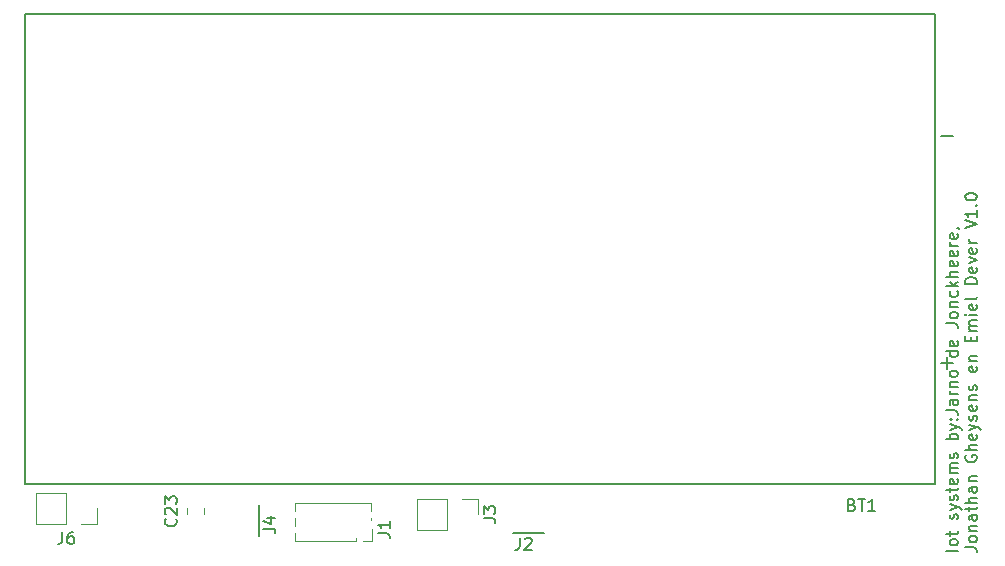
<source format=gbr>
%TF.GenerationSoftware,KiCad,Pcbnew,7.0.1*%
%TF.CreationDate,2023-11-14T16:04:30+01:00*%
%TF.ProjectId,Central_pcb,43656e74-7261-46c5-9f70-63622e6b6963,rev?*%
%TF.SameCoordinates,Original*%
%TF.FileFunction,Legend,Top*%
%TF.FilePolarity,Positive*%
%FSLAX46Y46*%
G04 Gerber Fmt 4.6, Leading zero omitted, Abs format (unit mm)*
G04 Created by KiCad (PCBNEW 7.0.1) date 2023-11-14 16:04:30*
%MOMM*%
%LPD*%
G01*
G04 APERTURE LIST*
%ADD10C,0.150000*%
%ADD11C,0.120000*%
%ADD12C,0.127000*%
G04 APERTURE END LIST*
D10*
X179613619Y-114315904D02*
X178613619Y-114315904D01*
X179613619Y-113696857D02*
X179566000Y-113792095D01*
X179566000Y-113792095D02*
X179518380Y-113839714D01*
X179518380Y-113839714D02*
X179423142Y-113887333D01*
X179423142Y-113887333D02*
X179137428Y-113887333D01*
X179137428Y-113887333D02*
X179042190Y-113839714D01*
X179042190Y-113839714D02*
X178994571Y-113792095D01*
X178994571Y-113792095D02*
X178946952Y-113696857D01*
X178946952Y-113696857D02*
X178946952Y-113554000D01*
X178946952Y-113554000D02*
X178994571Y-113458762D01*
X178994571Y-113458762D02*
X179042190Y-113411143D01*
X179042190Y-113411143D02*
X179137428Y-113363524D01*
X179137428Y-113363524D02*
X179423142Y-113363524D01*
X179423142Y-113363524D02*
X179518380Y-113411143D01*
X179518380Y-113411143D02*
X179566000Y-113458762D01*
X179566000Y-113458762D02*
X179613619Y-113554000D01*
X179613619Y-113554000D02*
X179613619Y-113696857D01*
X178946952Y-113077809D02*
X178946952Y-112696857D01*
X178613619Y-112934952D02*
X179470761Y-112934952D01*
X179470761Y-112934952D02*
X179566000Y-112887333D01*
X179566000Y-112887333D02*
X179613619Y-112792095D01*
X179613619Y-112792095D02*
X179613619Y-112696857D01*
X179566000Y-111649237D02*
X179613619Y-111553999D01*
X179613619Y-111553999D02*
X179613619Y-111363523D01*
X179613619Y-111363523D02*
X179566000Y-111268285D01*
X179566000Y-111268285D02*
X179470761Y-111220666D01*
X179470761Y-111220666D02*
X179423142Y-111220666D01*
X179423142Y-111220666D02*
X179327904Y-111268285D01*
X179327904Y-111268285D02*
X179280285Y-111363523D01*
X179280285Y-111363523D02*
X179280285Y-111506380D01*
X179280285Y-111506380D02*
X179232666Y-111601618D01*
X179232666Y-111601618D02*
X179137428Y-111649237D01*
X179137428Y-111649237D02*
X179089809Y-111649237D01*
X179089809Y-111649237D02*
X178994571Y-111601618D01*
X178994571Y-111601618D02*
X178946952Y-111506380D01*
X178946952Y-111506380D02*
X178946952Y-111363523D01*
X178946952Y-111363523D02*
X178994571Y-111268285D01*
X178946952Y-110887332D02*
X179613619Y-110649237D01*
X178946952Y-110411142D02*
X179613619Y-110649237D01*
X179613619Y-110649237D02*
X179851714Y-110744475D01*
X179851714Y-110744475D02*
X179899333Y-110792094D01*
X179899333Y-110792094D02*
X179946952Y-110887332D01*
X179566000Y-110077808D02*
X179613619Y-109982570D01*
X179613619Y-109982570D02*
X179613619Y-109792094D01*
X179613619Y-109792094D02*
X179566000Y-109696856D01*
X179566000Y-109696856D02*
X179470761Y-109649237D01*
X179470761Y-109649237D02*
X179423142Y-109649237D01*
X179423142Y-109649237D02*
X179327904Y-109696856D01*
X179327904Y-109696856D02*
X179280285Y-109792094D01*
X179280285Y-109792094D02*
X179280285Y-109934951D01*
X179280285Y-109934951D02*
X179232666Y-110030189D01*
X179232666Y-110030189D02*
X179137428Y-110077808D01*
X179137428Y-110077808D02*
X179089809Y-110077808D01*
X179089809Y-110077808D02*
X178994571Y-110030189D01*
X178994571Y-110030189D02*
X178946952Y-109934951D01*
X178946952Y-109934951D02*
X178946952Y-109792094D01*
X178946952Y-109792094D02*
X178994571Y-109696856D01*
X178946952Y-109363522D02*
X178946952Y-108982570D01*
X178613619Y-109220665D02*
X179470761Y-109220665D01*
X179470761Y-109220665D02*
X179566000Y-109173046D01*
X179566000Y-109173046D02*
X179613619Y-109077808D01*
X179613619Y-109077808D02*
X179613619Y-108982570D01*
X179566000Y-108268284D02*
X179613619Y-108363522D01*
X179613619Y-108363522D02*
X179613619Y-108553998D01*
X179613619Y-108553998D02*
X179566000Y-108649236D01*
X179566000Y-108649236D02*
X179470761Y-108696855D01*
X179470761Y-108696855D02*
X179089809Y-108696855D01*
X179089809Y-108696855D02*
X178994571Y-108649236D01*
X178994571Y-108649236D02*
X178946952Y-108553998D01*
X178946952Y-108553998D02*
X178946952Y-108363522D01*
X178946952Y-108363522D02*
X178994571Y-108268284D01*
X178994571Y-108268284D02*
X179089809Y-108220665D01*
X179089809Y-108220665D02*
X179185047Y-108220665D01*
X179185047Y-108220665D02*
X179280285Y-108696855D01*
X179613619Y-107792093D02*
X178946952Y-107792093D01*
X179042190Y-107792093D02*
X178994571Y-107744474D01*
X178994571Y-107744474D02*
X178946952Y-107649236D01*
X178946952Y-107649236D02*
X178946952Y-107506379D01*
X178946952Y-107506379D02*
X178994571Y-107411141D01*
X178994571Y-107411141D02*
X179089809Y-107363522D01*
X179089809Y-107363522D02*
X179613619Y-107363522D01*
X179089809Y-107363522D02*
X178994571Y-107315903D01*
X178994571Y-107315903D02*
X178946952Y-107220665D01*
X178946952Y-107220665D02*
X178946952Y-107077808D01*
X178946952Y-107077808D02*
X178994571Y-106982569D01*
X178994571Y-106982569D02*
X179089809Y-106934950D01*
X179089809Y-106934950D02*
X179613619Y-106934950D01*
X179566000Y-106506379D02*
X179613619Y-106411141D01*
X179613619Y-106411141D02*
X179613619Y-106220665D01*
X179613619Y-106220665D02*
X179566000Y-106125427D01*
X179566000Y-106125427D02*
X179470761Y-106077808D01*
X179470761Y-106077808D02*
X179423142Y-106077808D01*
X179423142Y-106077808D02*
X179327904Y-106125427D01*
X179327904Y-106125427D02*
X179280285Y-106220665D01*
X179280285Y-106220665D02*
X179280285Y-106363522D01*
X179280285Y-106363522D02*
X179232666Y-106458760D01*
X179232666Y-106458760D02*
X179137428Y-106506379D01*
X179137428Y-106506379D02*
X179089809Y-106506379D01*
X179089809Y-106506379D02*
X178994571Y-106458760D01*
X178994571Y-106458760D02*
X178946952Y-106363522D01*
X178946952Y-106363522D02*
X178946952Y-106220665D01*
X178946952Y-106220665D02*
X178994571Y-106125427D01*
X179613619Y-104887331D02*
X178613619Y-104887331D01*
X178994571Y-104887331D02*
X178946952Y-104792093D01*
X178946952Y-104792093D02*
X178946952Y-104601617D01*
X178946952Y-104601617D02*
X178994571Y-104506379D01*
X178994571Y-104506379D02*
X179042190Y-104458760D01*
X179042190Y-104458760D02*
X179137428Y-104411141D01*
X179137428Y-104411141D02*
X179423142Y-104411141D01*
X179423142Y-104411141D02*
X179518380Y-104458760D01*
X179518380Y-104458760D02*
X179566000Y-104506379D01*
X179566000Y-104506379D02*
X179613619Y-104601617D01*
X179613619Y-104601617D02*
X179613619Y-104792093D01*
X179613619Y-104792093D02*
X179566000Y-104887331D01*
X178946952Y-104077807D02*
X179613619Y-103839712D01*
X178946952Y-103601617D02*
X179613619Y-103839712D01*
X179613619Y-103839712D02*
X179851714Y-103934950D01*
X179851714Y-103934950D02*
X179899333Y-103982569D01*
X179899333Y-103982569D02*
X179946952Y-104077807D01*
X179518380Y-103220664D02*
X179566000Y-103173045D01*
X179566000Y-103173045D02*
X179613619Y-103220664D01*
X179613619Y-103220664D02*
X179566000Y-103268283D01*
X179566000Y-103268283D02*
X179518380Y-103220664D01*
X179518380Y-103220664D02*
X179613619Y-103220664D01*
X178994571Y-103220664D02*
X179042190Y-103173045D01*
X179042190Y-103173045D02*
X179089809Y-103220664D01*
X179089809Y-103220664D02*
X179042190Y-103268283D01*
X179042190Y-103268283D02*
X178994571Y-103220664D01*
X178994571Y-103220664D02*
X179089809Y-103220664D01*
X178613619Y-102458760D02*
X179327904Y-102458760D01*
X179327904Y-102458760D02*
X179470761Y-102506379D01*
X179470761Y-102506379D02*
X179566000Y-102601617D01*
X179566000Y-102601617D02*
X179613619Y-102744474D01*
X179613619Y-102744474D02*
X179613619Y-102839712D01*
X179613619Y-101553998D02*
X179089809Y-101553998D01*
X179089809Y-101553998D02*
X178994571Y-101601617D01*
X178994571Y-101601617D02*
X178946952Y-101696855D01*
X178946952Y-101696855D02*
X178946952Y-101887331D01*
X178946952Y-101887331D02*
X178994571Y-101982569D01*
X179566000Y-101553998D02*
X179613619Y-101649236D01*
X179613619Y-101649236D02*
X179613619Y-101887331D01*
X179613619Y-101887331D02*
X179566000Y-101982569D01*
X179566000Y-101982569D02*
X179470761Y-102030188D01*
X179470761Y-102030188D02*
X179375523Y-102030188D01*
X179375523Y-102030188D02*
X179280285Y-101982569D01*
X179280285Y-101982569D02*
X179232666Y-101887331D01*
X179232666Y-101887331D02*
X179232666Y-101649236D01*
X179232666Y-101649236D02*
X179185047Y-101553998D01*
X179613619Y-101077807D02*
X178946952Y-101077807D01*
X179137428Y-101077807D02*
X179042190Y-101030188D01*
X179042190Y-101030188D02*
X178994571Y-100982569D01*
X178994571Y-100982569D02*
X178946952Y-100887331D01*
X178946952Y-100887331D02*
X178946952Y-100792093D01*
X178946952Y-100458759D02*
X179613619Y-100458759D01*
X179042190Y-100458759D02*
X178994571Y-100411140D01*
X178994571Y-100411140D02*
X178946952Y-100315902D01*
X178946952Y-100315902D02*
X178946952Y-100173045D01*
X178946952Y-100173045D02*
X178994571Y-100077807D01*
X178994571Y-100077807D02*
X179089809Y-100030188D01*
X179089809Y-100030188D02*
X179613619Y-100030188D01*
X179613619Y-99411140D02*
X179566000Y-99506378D01*
X179566000Y-99506378D02*
X179518380Y-99553997D01*
X179518380Y-99553997D02*
X179423142Y-99601616D01*
X179423142Y-99601616D02*
X179137428Y-99601616D01*
X179137428Y-99601616D02*
X179042190Y-99553997D01*
X179042190Y-99553997D02*
X178994571Y-99506378D01*
X178994571Y-99506378D02*
X178946952Y-99411140D01*
X178946952Y-99411140D02*
X178946952Y-99268283D01*
X178946952Y-99268283D02*
X178994571Y-99173045D01*
X178994571Y-99173045D02*
X179042190Y-99125426D01*
X179042190Y-99125426D02*
X179137428Y-99077807D01*
X179137428Y-99077807D02*
X179423142Y-99077807D01*
X179423142Y-99077807D02*
X179518380Y-99125426D01*
X179518380Y-99125426D02*
X179566000Y-99173045D01*
X179566000Y-99173045D02*
X179613619Y-99268283D01*
X179613619Y-99268283D02*
X179613619Y-99411140D01*
X179613619Y-97458759D02*
X178613619Y-97458759D01*
X179566000Y-97458759D02*
X179613619Y-97553997D01*
X179613619Y-97553997D02*
X179613619Y-97744473D01*
X179613619Y-97744473D02*
X179566000Y-97839711D01*
X179566000Y-97839711D02*
X179518380Y-97887330D01*
X179518380Y-97887330D02*
X179423142Y-97934949D01*
X179423142Y-97934949D02*
X179137428Y-97934949D01*
X179137428Y-97934949D02*
X179042190Y-97887330D01*
X179042190Y-97887330D02*
X178994571Y-97839711D01*
X178994571Y-97839711D02*
X178946952Y-97744473D01*
X178946952Y-97744473D02*
X178946952Y-97553997D01*
X178946952Y-97553997D02*
X178994571Y-97458759D01*
X179566000Y-96601616D02*
X179613619Y-96696854D01*
X179613619Y-96696854D02*
X179613619Y-96887330D01*
X179613619Y-96887330D02*
X179566000Y-96982568D01*
X179566000Y-96982568D02*
X179470761Y-97030187D01*
X179470761Y-97030187D02*
X179089809Y-97030187D01*
X179089809Y-97030187D02*
X178994571Y-96982568D01*
X178994571Y-96982568D02*
X178946952Y-96887330D01*
X178946952Y-96887330D02*
X178946952Y-96696854D01*
X178946952Y-96696854D02*
X178994571Y-96601616D01*
X178994571Y-96601616D02*
X179089809Y-96553997D01*
X179089809Y-96553997D02*
X179185047Y-96553997D01*
X179185047Y-96553997D02*
X179280285Y-97030187D01*
X178613619Y-95077806D02*
X179327904Y-95077806D01*
X179327904Y-95077806D02*
X179470761Y-95125425D01*
X179470761Y-95125425D02*
X179566000Y-95220663D01*
X179566000Y-95220663D02*
X179613619Y-95363520D01*
X179613619Y-95363520D02*
X179613619Y-95458758D01*
X179613619Y-94458758D02*
X179566000Y-94553996D01*
X179566000Y-94553996D02*
X179518380Y-94601615D01*
X179518380Y-94601615D02*
X179423142Y-94649234D01*
X179423142Y-94649234D02*
X179137428Y-94649234D01*
X179137428Y-94649234D02*
X179042190Y-94601615D01*
X179042190Y-94601615D02*
X178994571Y-94553996D01*
X178994571Y-94553996D02*
X178946952Y-94458758D01*
X178946952Y-94458758D02*
X178946952Y-94315901D01*
X178946952Y-94315901D02*
X178994571Y-94220663D01*
X178994571Y-94220663D02*
X179042190Y-94173044D01*
X179042190Y-94173044D02*
X179137428Y-94125425D01*
X179137428Y-94125425D02*
X179423142Y-94125425D01*
X179423142Y-94125425D02*
X179518380Y-94173044D01*
X179518380Y-94173044D02*
X179566000Y-94220663D01*
X179566000Y-94220663D02*
X179613619Y-94315901D01*
X179613619Y-94315901D02*
X179613619Y-94458758D01*
X178946952Y-93696853D02*
X179613619Y-93696853D01*
X179042190Y-93696853D02*
X178994571Y-93649234D01*
X178994571Y-93649234D02*
X178946952Y-93553996D01*
X178946952Y-93553996D02*
X178946952Y-93411139D01*
X178946952Y-93411139D02*
X178994571Y-93315901D01*
X178994571Y-93315901D02*
X179089809Y-93268282D01*
X179089809Y-93268282D02*
X179613619Y-93268282D01*
X179566000Y-92363520D02*
X179613619Y-92458758D01*
X179613619Y-92458758D02*
X179613619Y-92649234D01*
X179613619Y-92649234D02*
X179566000Y-92744472D01*
X179566000Y-92744472D02*
X179518380Y-92792091D01*
X179518380Y-92792091D02*
X179423142Y-92839710D01*
X179423142Y-92839710D02*
X179137428Y-92839710D01*
X179137428Y-92839710D02*
X179042190Y-92792091D01*
X179042190Y-92792091D02*
X178994571Y-92744472D01*
X178994571Y-92744472D02*
X178946952Y-92649234D01*
X178946952Y-92649234D02*
X178946952Y-92458758D01*
X178946952Y-92458758D02*
X178994571Y-92363520D01*
X179613619Y-91934948D02*
X178613619Y-91934948D01*
X179232666Y-91839710D02*
X179613619Y-91553996D01*
X178946952Y-91553996D02*
X179327904Y-91934948D01*
X179613619Y-91125424D02*
X178613619Y-91125424D01*
X179613619Y-90696853D02*
X179089809Y-90696853D01*
X179089809Y-90696853D02*
X178994571Y-90744472D01*
X178994571Y-90744472D02*
X178946952Y-90839710D01*
X178946952Y-90839710D02*
X178946952Y-90982567D01*
X178946952Y-90982567D02*
X178994571Y-91077805D01*
X178994571Y-91077805D02*
X179042190Y-91125424D01*
X179566000Y-89839710D02*
X179613619Y-89934948D01*
X179613619Y-89934948D02*
X179613619Y-90125424D01*
X179613619Y-90125424D02*
X179566000Y-90220662D01*
X179566000Y-90220662D02*
X179470761Y-90268281D01*
X179470761Y-90268281D02*
X179089809Y-90268281D01*
X179089809Y-90268281D02*
X178994571Y-90220662D01*
X178994571Y-90220662D02*
X178946952Y-90125424D01*
X178946952Y-90125424D02*
X178946952Y-89934948D01*
X178946952Y-89934948D02*
X178994571Y-89839710D01*
X178994571Y-89839710D02*
X179089809Y-89792091D01*
X179089809Y-89792091D02*
X179185047Y-89792091D01*
X179185047Y-89792091D02*
X179280285Y-90268281D01*
X179566000Y-88982567D02*
X179613619Y-89077805D01*
X179613619Y-89077805D02*
X179613619Y-89268281D01*
X179613619Y-89268281D02*
X179566000Y-89363519D01*
X179566000Y-89363519D02*
X179470761Y-89411138D01*
X179470761Y-89411138D02*
X179089809Y-89411138D01*
X179089809Y-89411138D02*
X178994571Y-89363519D01*
X178994571Y-89363519D02*
X178946952Y-89268281D01*
X178946952Y-89268281D02*
X178946952Y-89077805D01*
X178946952Y-89077805D02*
X178994571Y-88982567D01*
X178994571Y-88982567D02*
X179089809Y-88934948D01*
X179089809Y-88934948D02*
X179185047Y-88934948D01*
X179185047Y-88934948D02*
X179280285Y-89411138D01*
X179613619Y-88506376D02*
X178946952Y-88506376D01*
X179137428Y-88506376D02*
X179042190Y-88458757D01*
X179042190Y-88458757D02*
X178994571Y-88411138D01*
X178994571Y-88411138D02*
X178946952Y-88315900D01*
X178946952Y-88315900D02*
X178946952Y-88220662D01*
X179566000Y-87506376D02*
X179613619Y-87601614D01*
X179613619Y-87601614D02*
X179613619Y-87792090D01*
X179613619Y-87792090D02*
X179566000Y-87887328D01*
X179566000Y-87887328D02*
X179470761Y-87934947D01*
X179470761Y-87934947D02*
X179089809Y-87934947D01*
X179089809Y-87934947D02*
X178994571Y-87887328D01*
X178994571Y-87887328D02*
X178946952Y-87792090D01*
X178946952Y-87792090D02*
X178946952Y-87601614D01*
X178946952Y-87601614D02*
X178994571Y-87506376D01*
X178994571Y-87506376D02*
X179089809Y-87458757D01*
X179089809Y-87458757D02*
X179185047Y-87458757D01*
X179185047Y-87458757D02*
X179280285Y-87934947D01*
X179566000Y-86982566D02*
X179613619Y-86982566D01*
X179613619Y-86982566D02*
X179708857Y-87030185D01*
X179708857Y-87030185D02*
X179756476Y-87077804D01*
X180233619Y-114030190D02*
X180947904Y-114030190D01*
X180947904Y-114030190D02*
X181090761Y-114077809D01*
X181090761Y-114077809D02*
X181186000Y-114173047D01*
X181186000Y-114173047D02*
X181233619Y-114315904D01*
X181233619Y-114315904D02*
X181233619Y-114411142D01*
X181233619Y-113411142D02*
X181186000Y-113506380D01*
X181186000Y-113506380D02*
X181138380Y-113553999D01*
X181138380Y-113553999D02*
X181043142Y-113601618D01*
X181043142Y-113601618D02*
X180757428Y-113601618D01*
X180757428Y-113601618D02*
X180662190Y-113553999D01*
X180662190Y-113553999D02*
X180614571Y-113506380D01*
X180614571Y-113506380D02*
X180566952Y-113411142D01*
X180566952Y-113411142D02*
X180566952Y-113268285D01*
X180566952Y-113268285D02*
X180614571Y-113173047D01*
X180614571Y-113173047D02*
X180662190Y-113125428D01*
X180662190Y-113125428D02*
X180757428Y-113077809D01*
X180757428Y-113077809D02*
X181043142Y-113077809D01*
X181043142Y-113077809D02*
X181138380Y-113125428D01*
X181138380Y-113125428D02*
X181186000Y-113173047D01*
X181186000Y-113173047D02*
X181233619Y-113268285D01*
X181233619Y-113268285D02*
X181233619Y-113411142D01*
X180566952Y-112649237D02*
X181233619Y-112649237D01*
X180662190Y-112649237D02*
X180614571Y-112601618D01*
X180614571Y-112601618D02*
X180566952Y-112506380D01*
X180566952Y-112506380D02*
X180566952Y-112363523D01*
X180566952Y-112363523D02*
X180614571Y-112268285D01*
X180614571Y-112268285D02*
X180709809Y-112220666D01*
X180709809Y-112220666D02*
X181233619Y-112220666D01*
X181233619Y-111315904D02*
X180709809Y-111315904D01*
X180709809Y-111315904D02*
X180614571Y-111363523D01*
X180614571Y-111363523D02*
X180566952Y-111458761D01*
X180566952Y-111458761D02*
X180566952Y-111649237D01*
X180566952Y-111649237D02*
X180614571Y-111744475D01*
X181186000Y-111315904D02*
X181233619Y-111411142D01*
X181233619Y-111411142D02*
X181233619Y-111649237D01*
X181233619Y-111649237D02*
X181186000Y-111744475D01*
X181186000Y-111744475D02*
X181090761Y-111792094D01*
X181090761Y-111792094D02*
X180995523Y-111792094D01*
X180995523Y-111792094D02*
X180900285Y-111744475D01*
X180900285Y-111744475D02*
X180852666Y-111649237D01*
X180852666Y-111649237D02*
X180852666Y-111411142D01*
X180852666Y-111411142D02*
X180805047Y-111315904D01*
X180566952Y-110982570D02*
X180566952Y-110601618D01*
X180233619Y-110839713D02*
X181090761Y-110839713D01*
X181090761Y-110839713D02*
X181186000Y-110792094D01*
X181186000Y-110792094D02*
X181233619Y-110696856D01*
X181233619Y-110696856D02*
X181233619Y-110601618D01*
X181233619Y-110268284D02*
X180233619Y-110268284D01*
X181233619Y-109839713D02*
X180709809Y-109839713D01*
X180709809Y-109839713D02*
X180614571Y-109887332D01*
X180614571Y-109887332D02*
X180566952Y-109982570D01*
X180566952Y-109982570D02*
X180566952Y-110125427D01*
X180566952Y-110125427D02*
X180614571Y-110220665D01*
X180614571Y-110220665D02*
X180662190Y-110268284D01*
X181233619Y-108934951D02*
X180709809Y-108934951D01*
X180709809Y-108934951D02*
X180614571Y-108982570D01*
X180614571Y-108982570D02*
X180566952Y-109077808D01*
X180566952Y-109077808D02*
X180566952Y-109268284D01*
X180566952Y-109268284D02*
X180614571Y-109363522D01*
X181186000Y-108934951D02*
X181233619Y-109030189D01*
X181233619Y-109030189D02*
X181233619Y-109268284D01*
X181233619Y-109268284D02*
X181186000Y-109363522D01*
X181186000Y-109363522D02*
X181090761Y-109411141D01*
X181090761Y-109411141D02*
X180995523Y-109411141D01*
X180995523Y-109411141D02*
X180900285Y-109363522D01*
X180900285Y-109363522D02*
X180852666Y-109268284D01*
X180852666Y-109268284D02*
X180852666Y-109030189D01*
X180852666Y-109030189D02*
X180805047Y-108934951D01*
X180566952Y-108458760D02*
X181233619Y-108458760D01*
X180662190Y-108458760D02*
X180614571Y-108411141D01*
X180614571Y-108411141D02*
X180566952Y-108315903D01*
X180566952Y-108315903D02*
X180566952Y-108173046D01*
X180566952Y-108173046D02*
X180614571Y-108077808D01*
X180614571Y-108077808D02*
X180709809Y-108030189D01*
X180709809Y-108030189D02*
X181233619Y-108030189D01*
X180281238Y-106268284D02*
X180233619Y-106363522D01*
X180233619Y-106363522D02*
X180233619Y-106506379D01*
X180233619Y-106506379D02*
X180281238Y-106649236D01*
X180281238Y-106649236D02*
X180376476Y-106744474D01*
X180376476Y-106744474D02*
X180471714Y-106792093D01*
X180471714Y-106792093D02*
X180662190Y-106839712D01*
X180662190Y-106839712D02*
X180805047Y-106839712D01*
X180805047Y-106839712D02*
X180995523Y-106792093D01*
X180995523Y-106792093D02*
X181090761Y-106744474D01*
X181090761Y-106744474D02*
X181186000Y-106649236D01*
X181186000Y-106649236D02*
X181233619Y-106506379D01*
X181233619Y-106506379D02*
X181233619Y-106411141D01*
X181233619Y-106411141D02*
X181186000Y-106268284D01*
X181186000Y-106268284D02*
X181138380Y-106220665D01*
X181138380Y-106220665D02*
X180805047Y-106220665D01*
X180805047Y-106220665D02*
X180805047Y-106411141D01*
X181233619Y-105792093D02*
X180233619Y-105792093D01*
X181233619Y-105363522D02*
X180709809Y-105363522D01*
X180709809Y-105363522D02*
X180614571Y-105411141D01*
X180614571Y-105411141D02*
X180566952Y-105506379D01*
X180566952Y-105506379D02*
X180566952Y-105649236D01*
X180566952Y-105649236D02*
X180614571Y-105744474D01*
X180614571Y-105744474D02*
X180662190Y-105792093D01*
X181186000Y-104506379D02*
X181233619Y-104601617D01*
X181233619Y-104601617D02*
X181233619Y-104792093D01*
X181233619Y-104792093D02*
X181186000Y-104887331D01*
X181186000Y-104887331D02*
X181090761Y-104934950D01*
X181090761Y-104934950D02*
X180709809Y-104934950D01*
X180709809Y-104934950D02*
X180614571Y-104887331D01*
X180614571Y-104887331D02*
X180566952Y-104792093D01*
X180566952Y-104792093D02*
X180566952Y-104601617D01*
X180566952Y-104601617D02*
X180614571Y-104506379D01*
X180614571Y-104506379D02*
X180709809Y-104458760D01*
X180709809Y-104458760D02*
X180805047Y-104458760D01*
X180805047Y-104458760D02*
X180900285Y-104934950D01*
X180566952Y-104125426D02*
X181233619Y-103887331D01*
X180566952Y-103649236D02*
X181233619Y-103887331D01*
X181233619Y-103887331D02*
X181471714Y-103982569D01*
X181471714Y-103982569D02*
X181519333Y-104030188D01*
X181519333Y-104030188D02*
X181566952Y-104125426D01*
X181186000Y-103315902D02*
X181233619Y-103220664D01*
X181233619Y-103220664D02*
X181233619Y-103030188D01*
X181233619Y-103030188D02*
X181186000Y-102934950D01*
X181186000Y-102934950D02*
X181090761Y-102887331D01*
X181090761Y-102887331D02*
X181043142Y-102887331D01*
X181043142Y-102887331D02*
X180947904Y-102934950D01*
X180947904Y-102934950D02*
X180900285Y-103030188D01*
X180900285Y-103030188D02*
X180900285Y-103173045D01*
X180900285Y-103173045D02*
X180852666Y-103268283D01*
X180852666Y-103268283D02*
X180757428Y-103315902D01*
X180757428Y-103315902D02*
X180709809Y-103315902D01*
X180709809Y-103315902D02*
X180614571Y-103268283D01*
X180614571Y-103268283D02*
X180566952Y-103173045D01*
X180566952Y-103173045D02*
X180566952Y-103030188D01*
X180566952Y-103030188D02*
X180614571Y-102934950D01*
X181186000Y-102077807D02*
X181233619Y-102173045D01*
X181233619Y-102173045D02*
X181233619Y-102363521D01*
X181233619Y-102363521D02*
X181186000Y-102458759D01*
X181186000Y-102458759D02*
X181090761Y-102506378D01*
X181090761Y-102506378D02*
X180709809Y-102506378D01*
X180709809Y-102506378D02*
X180614571Y-102458759D01*
X180614571Y-102458759D02*
X180566952Y-102363521D01*
X180566952Y-102363521D02*
X180566952Y-102173045D01*
X180566952Y-102173045D02*
X180614571Y-102077807D01*
X180614571Y-102077807D02*
X180709809Y-102030188D01*
X180709809Y-102030188D02*
X180805047Y-102030188D01*
X180805047Y-102030188D02*
X180900285Y-102506378D01*
X180566952Y-101601616D02*
X181233619Y-101601616D01*
X180662190Y-101601616D02*
X180614571Y-101553997D01*
X180614571Y-101553997D02*
X180566952Y-101458759D01*
X180566952Y-101458759D02*
X180566952Y-101315902D01*
X180566952Y-101315902D02*
X180614571Y-101220664D01*
X180614571Y-101220664D02*
X180709809Y-101173045D01*
X180709809Y-101173045D02*
X181233619Y-101173045D01*
X181186000Y-100744473D02*
X181233619Y-100649235D01*
X181233619Y-100649235D02*
X181233619Y-100458759D01*
X181233619Y-100458759D02*
X181186000Y-100363521D01*
X181186000Y-100363521D02*
X181090761Y-100315902D01*
X181090761Y-100315902D02*
X181043142Y-100315902D01*
X181043142Y-100315902D02*
X180947904Y-100363521D01*
X180947904Y-100363521D02*
X180900285Y-100458759D01*
X180900285Y-100458759D02*
X180900285Y-100601616D01*
X180900285Y-100601616D02*
X180852666Y-100696854D01*
X180852666Y-100696854D02*
X180757428Y-100744473D01*
X180757428Y-100744473D02*
X180709809Y-100744473D01*
X180709809Y-100744473D02*
X180614571Y-100696854D01*
X180614571Y-100696854D02*
X180566952Y-100601616D01*
X180566952Y-100601616D02*
X180566952Y-100458759D01*
X180566952Y-100458759D02*
X180614571Y-100363521D01*
X181186000Y-98744473D02*
X181233619Y-98839711D01*
X181233619Y-98839711D02*
X181233619Y-99030187D01*
X181233619Y-99030187D02*
X181186000Y-99125425D01*
X181186000Y-99125425D02*
X181090761Y-99173044D01*
X181090761Y-99173044D02*
X180709809Y-99173044D01*
X180709809Y-99173044D02*
X180614571Y-99125425D01*
X180614571Y-99125425D02*
X180566952Y-99030187D01*
X180566952Y-99030187D02*
X180566952Y-98839711D01*
X180566952Y-98839711D02*
X180614571Y-98744473D01*
X180614571Y-98744473D02*
X180709809Y-98696854D01*
X180709809Y-98696854D02*
X180805047Y-98696854D01*
X180805047Y-98696854D02*
X180900285Y-99173044D01*
X180566952Y-98268282D02*
X181233619Y-98268282D01*
X180662190Y-98268282D02*
X180614571Y-98220663D01*
X180614571Y-98220663D02*
X180566952Y-98125425D01*
X180566952Y-98125425D02*
X180566952Y-97982568D01*
X180566952Y-97982568D02*
X180614571Y-97887330D01*
X180614571Y-97887330D02*
X180709809Y-97839711D01*
X180709809Y-97839711D02*
X181233619Y-97839711D01*
X180709809Y-96601615D02*
X180709809Y-96268282D01*
X181233619Y-96125425D02*
X181233619Y-96601615D01*
X181233619Y-96601615D02*
X180233619Y-96601615D01*
X180233619Y-96601615D02*
X180233619Y-96125425D01*
X181233619Y-95696853D02*
X180566952Y-95696853D01*
X180662190Y-95696853D02*
X180614571Y-95649234D01*
X180614571Y-95649234D02*
X180566952Y-95553996D01*
X180566952Y-95553996D02*
X180566952Y-95411139D01*
X180566952Y-95411139D02*
X180614571Y-95315901D01*
X180614571Y-95315901D02*
X180709809Y-95268282D01*
X180709809Y-95268282D02*
X181233619Y-95268282D01*
X180709809Y-95268282D02*
X180614571Y-95220663D01*
X180614571Y-95220663D02*
X180566952Y-95125425D01*
X180566952Y-95125425D02*
X180566952Y-94982568D01*
X180566952Y-94982568D02*
X180614571Y-94887329D01*
X180614571Y-94887329D02*
X180709809Y-94839710D01*
X180709809Y-94839710D02*
X181233619Y-94839710D01*
X181233619Y-94363520D02*
X180566952Y-94363520D01*
X180233619Y-94363520D02*
X180281238Y-94411139D01*
X180281238Y-94411139D02*
X180328857Y-94363520D01*
X180328857Y-94363520D02*
X180281238Y-94315901D01*
X180281238Y-94315901D02*
X180233619Y-94363520D01*
X180233619Y-94363520D02*
X180328857Y-94363520D01*
X181186000Y-93506378D02*
X181233619Y-93601616D01*
X181233619Y-93601616D02*
X181233619Y-93792092D01*
X181233619Y-93792092D02*
X181186000Y-93887330D01*
X181186000Y-93887330D02*
X181090761Y-93934949D01*
X181090761Y-93934949D02*
X180709809Y-93934949D01*
X180709809Y-93934949D02*
X180614571Y-93887330D01*
X180614571Y-93887330D02*
X180566952Y-93792092D01*
X180566952Y-93792092D02*
X180566952Y-93601616D01*
X180566952Y-93601616D02*
X180614571Y-93506378D01*
X180614571Y-93506378D02*
X180709809Y-93458759D01*
X180709809Y-93458759D02*
X180805047Y-93458759D01*
X180805047Y-93458759D02*
X180900285Y-93934949D01*
X181233619Y-92887330D02*
X181186000Y-92982568D01*
X181186000Y-92982568D02*
X181090761Y-93030187D01*
X181090761Y-93030187D02*
X180233619Y-93030187D01*
X181233619Y-91744472D02*
X180233619Y-91744472D01*
X180233619Y-91744472D02*
X180233619Y-91506377D01*
X180233619Y-91506377D02*
X180281238Y-91363520D01*
X180281238Y-91363520D02*
X180376476Y-91268282D01*
X180376476Y-91268282D02*
X180471714Y-91220663D01*
X180471714Y-91220663D02*
X180662190Y-91173044D01*
X180662190Y-91173044D02*
X180805047Y-91173044D01*
X180805047Y-91173044D02*
X180995523Y-91220663D01*
X180995523Y-91220663D02*
X181090761Y-91268282D01*
X181090761Y-91268282D02*
X181186000Y-91363520D01*
X181186000Y-91363520D02*
X181233619Y-91506377D01*
X181233619Y-91506377D02*
X181233619Y-91744472D01*
X181186000Y-90363520D02*
X181233619Y-90458758D01*
X181233619Y-90458758D02*
X181233619Y-90649234D01*
X181233619Y-90649234D02*
X181186000Y-90744472D01*
X181186000Y-90744472D02*
X181090761Y-90792091D01*
X181090761Y-90792091D02*
X180709809Y-90792091D01*
X180709809Y-90792091D02*
X180614571Y-90744472D01*
X180614571Y-90744472D02*
X180566952Y-90649234D01*
X180566952Y-90649234D02*
X180566952Y-90458758D01*
X180566952Y-90458758D02*
X180614571Y-90363520D01*
X180614571Y-90363520D02*
X180709809Y-90315901D01*
X180709809Y-90315901D02*
X180805047Y-90315901D01*
X180805047Y-90315901D02*
X180900285Y-90792091D01*
X180566952Y-89982567D02*
X181233619Y-89744472D01*
X181233619Y-89744472D02*
X180566952Y-89506377D01*
X181186000Y-88744472D02*
X181233619Y-88839710D01*
X181233619Y-88839710D02*
X181233619Y-89030186D01*
X181233619Y-89030186D02*
X181186000Y-89125424D01*
X181186000Y-89125424D02*
X181090761Y-89173043D01*
X181090761Y-89173043D02*
X180709809Y-89173043D01*
X180709809Y-89173043D02*
X180614571Y-89125424D01*
X180614571Y-89125424D02*
X180566952Y-89030186D01*
X180566952Y-89030186D02*
X180566952Y-88839710D01*
X180566952Y-88839710D02*
X180614571Y-88744472D01*
X180614571Y-88744472D02*
X180709809Y-88696853D01*
X180709809Y-88696853D02*
X180805047Y-88696853D01*
X180805047Y-88696853D02*
X180900285Y-89173043D01*
X181233619Y-88268281D02*
X180566952Y-88268281D01*
X180757428Y-88268281D02*
X180662190Y-88220662D01*
X180662190Y-88220662D02*
X180614571Y-88173043D01*
X180614571Y-88173043D02*
X180566952Y-88077805D01*
X180566952Y-88077805D02*
X180566952Y-87982567D01*
X180233619Y-87030185D02*
X181233619Y-86696852D01*
X181233619Y-86696852D02*
X180233619Y-86363519D01*
X181233619Y-85506376D02*
X181233619Y-86077804D01*
X181233619Y-85792090D02*
X180233619Y-85792090D01*
X180233619Y-85792090D02*
X180376476Y-85887328D01*
X180376476Y-85887328D02*
X180471714Y-85982566D01*
X180471714Y-85982566D02*
X180519333Y-86077804D01*
X181138380Y-85077804D02*
X181186000Y-85030185D01*
X181186000Y-85030185D02*
X181233619Y-85077804D01*
X181233619Y-85077804D02*
X181186000Y-85125423D01*
X181186000Y-85125423D02*
X181138380Y-85077804D01*
X181138380Y-85077804D02*
X181233619Y-85077804D01*
X180233619Y-84411138D02*
X180233619Y-84315900D01*
X180233619Y-84315900D02*
X180281238Y-84220662D01*
X180281238Y-84220662D02*
X180328857Y-84173043D01*
X180328857Y-84173043D02*
X180424095Y-84125424D01*
X180424095Y-84125424D02*
X180614571Y-84077805D01*
X180614571Y-84077805D02*
X180852666Y-84077805D01*
X180852666Y-84077805D02*
X181043142Y-84125424D01*
X181043142Y-84125424D02*
X181138380Y-84173043D01*
X181138380Y-84173043D02*
X181186000Y-84220662D01*
X181186000Y-84220662D02*
X181233619Y-84315900D01*
X181233619Y-84315900D02*
X181233619Y-84411138D01*
X181233619Y-84411138D02*
X181186000Y-84506376D01*
X181186000Y-84506376D02*
X181138380Y-84553995D01*
X181138380Y-84553995D02*
X181043142Y-84601614D01*
X181043142Y-84601614D02*
X180852666Y-84649233D01*
X180852666Y-84649233D02*
X180614571Y-84649233D01*
X180614571Y-84649233D02*
X180424095Y-84601614D01*
X180424095Y-84601614D02*
X180328857Y-84553995D01*
X180328857Y-84553995D02*
X180281238Y-84506376D01*
X180281238Y-84506376D02*
X180233619Y-84411138D01*
%TO.C,C23*%
X113397380Y-111640857D02*
X113445000Y-111688476D01*
X113445000Y-111688476D02*
X113492619Y-111831333D01*
X113492619Y-111831333D02*
X113492619Y-111926571D01*
X113492619Y-111926571D02*
X113445000Y-112069428D01*
X113445000Y-112069428D02*
X113349761Y-112164666D01*
X113349761Y-112164666D02*
X113254523Y-112212285D01*
X113254523Y-112212285D02*
X113064047Y-112259904D01*
X113064047Y-112259904D02*
X112921190Y-112259904D01*
X112921190Y-112259904D02*
X112730714Y-112212285D01*
X112730714Y-112212285D02*
X112635476Y-112164666D01*
X112635476Y-112164666D02*
X112540238Y-112069428D01*
X112540238Y-112069428D02*
X112492619Y-111926571D01*
X112492619Y-111926571D02*
X112492619Y-111831333D01*
X112492619Y-111831333D02*
X112540238Y-111688476D01*
X112540238Y-111688476D02*
X112587857Y-111640857D01*
X112587857Y-111259904D02*
X112540238Y-111212285D01*
X112540238Y-111212285D02*
X112492619Y-111117047D01*
X112492619Y-111117047D02*
X112492619Y-110878952D01*
X112492619Y-110878952D02*
X112540238Y-110783714D01*
X112540238Y-110783714D02*
X112587857Y-110736095D01*
X112587857Y-110736095D02*
X112683095Y-110688476D01*
X112683095Y-110688476D02*
X112778333Y-110688476D01*
X112778333Y-110688476D02*
X112921190Y-110736095D01*
X112921190Y-110736095D02*
X113492619Y-111307523D01*
X113492619Y-111307523D02*
X113492619Y-110688476D01*
X112492619Y-110355142D02*
X112492619Y-109736095D01*
X112492619Y-109736095D02*
X112873571Y-110069428D01*
X112873571Y-110069428D02*
X112873571Y-109926571D01*
X112873571Y-109926571D02*
X112921190Y-109831333D01*
X112921190Y-109831333D02*
X112968809Y-109783714D01*
X112968809Y-109783714D02*
X113064047Y-109736095D01*
X113064047Y-109736095D02*
X113302142Y-109736095D01*
X113302142Y-109736095D02*
X113397380Y-109783714D01*
X113397380Y-109783714D02*
X113445000Y-109831333D01*
X113445000Y-109831333D02*
X113492619Y-109926571D01*
X113492619Y-109926571D02*
X113492619Y-110212285D01*
X113492619Y-110212285D02*
X113445000Y-110307523D01*
X113445000Y-110307523D02*
X113397380Y-110355142D01*
%TO.C,J6*%
X103806666Y-112746619D02*
X103806666Y-113460904D01*
X103806666Y-113460904D02*
X103759047Y-113603761D01*
X103759047Y-113603761D02*
X103663809Y-113699000D01*
X103663809Y-113699000D02*
X103520952Y-113746619D01*
X103520952Y-113746619D02*
X103425714Y-113746619D01*
X104711428Y-112746619D02*
X104520952Y-112746619D01*
X104520952Y-112746619D02*
X104425714Y-112794238D01*
X104425714Y-112794238D02*
X104378095Y-112841857D01*
X104378095Y-112841857D02*
X104282857Y-112984714D01*
X104282857Y-112984714D02*
X104235238Y-113175190D01*
X104235238Y-113175190D02*
X104235238Y-113556142D01*
X104235238Y-113556142D02*
X104282857Y-113651380D01*
X104282857Y-113651380D02*
X104330476Y-113699000D01*
X104330476Y-113699000D02*
X104425714Y-113746619D01*
X104425714Y-113746619D02*
X104616190Y-113746619D01*
X104616190Y-113746619D02*
X104711428Y-113699000D01*
X104711428Y-113699000D02*
X104759047Y-113651380D01*
X104759047Y-113651380D02*
X104806666Y-113556142D01*
X104806666Y-113556142D02*
X104806666Y-113318047D01*
X104806666Y-113318047D02*
X104759047Y-113222809D01*
X104759047Y-113222809D02*
X104711428Y-113175190D01*
X104711428Y-113175190D02*
X104616190Y-113127571D01*
X104616190Y-113127571D02*
X104425714Y-113127571D01*
X104425714Y-113127571D02*
X104330476Y-113175190D01*
X104330476Y-113175190D02*
X104282857Y-113222809D01*
X104282857Y-113222809D02*
X104235238Y-113318047D01*
%TO.C,J1*%
X130526619Y-112855333D02*
X131240904Y-112855333D01*
X131240904Y-112855333D02*
X131383761Y-112902952D01*
X131383761Y-112902952D02*
X131479000Y-112998190D01*
X131479000Y-112998190D02*
X131526619Y-113141047D01*
X131526619Y-113141047D02*
X131526619Y-113236285D01*
X131526619Y-111855333D02*
X131526619Y-112426761D01*
X131526619Y-112141047D02*
X130526619Y-112141047D01*
X130526619Y-112141047D02*
X130669476Y-112236285D01*
X130669476Y-112236285D02*
X130764714Y-112331523D01*
X130764714Y-112331523D02*
X130812333Y-112426761D01*
%TO.C,J2*%
X142550956Y-113233869D02*
X142550956Y-113948959D01*
X142550956Y-113948959D02*
X142503283Y-114091977D01*
X142503283Y-114091977D02*
X142407938Y-114187323D01*
X142407938Y-114187323D02*
X142264920Y-114234995D01*
X142264920Y-114234995D02*
X142169575Y-114234995D01*
X142980010Y-113329215D02*
X143027683Y-113281542D01*
X143027683Y-113281542D02*
X143123028Y-113233869D01*
X143123028Y-113233869D02*
X143361392Y-113233869D01*
X143361392Y-113233869D02*
X143456737Y-113281542D01*
X143456737Y-113281542D02*
X143504410Y-113329215D01*
X143504410Y-113329215D02*
X143552082Y-113424560D01*
X143552082Y-113424560D02*
X143552082Y-113519905D01*
X143552082Y-113519905D02*
X143504410Y-113662923D01*
X143504410Y-113662923D02*
X142932338Y-114234995D01*
X142932338Y-114234995D02*
X143552082Y-114234995D01*
%TO.C,BT1*%
X170664285Y-110428809D02*
X170807142Y-110476428D01*
X170807142Y-110476428D02*
X170854761Y-110524047D01*
X170854761Y-110524047D02*
X170902380Y-110619285D01*
X170902380Y-110619285D02*
X170902380Y-110762142D01*
X170902380Y-110762142D02*
X170854761Y-110857380D01*
X170854761Y-110857380D02*
X170807142Y-110905000D01*
X170807142Y-110905000D02*
X170711904Y-110952619D01*
X170711904Y-110952619D02*
X170330952Y-110952619D01*
X170330952Y-110952619D02*
X170330952Y-109952619D01*
X170330952Y-109952619D02*
X170664285Y-109952619D01*
X170664285Y-109952619D02*
X170759523Y-110000238D01*
X170759523Y-110000238D02*
X170807142Y-110047857D01*
X170807142Y-110047857D02*
X170854761Y-110143095D01*
X170854761Y-110143095D02*
X170854761Y-110238333D01*
X170854761Y-110238333D02*
X170807142Y-110333571D01*
X170807142Y-110333571D02*
X170759523Y-110381190D01*
X170759523Y-110381190D02*
X170664285Y-110428809D01*
X170664285Y-110428809D02*
X170330952Y-110428809D01*
X171188095Y-109952619D02*
X171759523Y-109952619D01*
X171473809Y-110952619D02*
X171473809Y-109952619D01*
X172616666Y-110952619D02*
X172045238Y-110952619D01*
X172330952Y-110952619D02*
X172330952Y-109952619D01*
X172330952Y-109952619D02*
X172235714Y-110095476D01*
X172235714Y-110095476D02*
X172140476Y-110190714D01*
X172140476Y-110190714D02*
X172045238Y-110238333D01*
%TO.C,J4*%
X120827869Y-112465043D02*
X121542959Y-112465043D01*
X121542959Y-112465043D02*
X121685977Y-112512716D01*
X121685977Y-112512716D02*
X121781323Y-112608061D01*
X121781323Y-112608061D02*
X121828995Y-112751079D01*
X121828995Y-112751079D02*
X121828995Y-112846425D01*
X121161578Y-111559262D02*
X121828995Y-111559262D01*
X120780197Y-111797626D02*
X121495287Y-112035989D01*
X121495287Y-112035989D02*
X121495287Y-111416244D01*
%TO.C,J3*%
X139465619Y-111585333D02*
X140179904Y-111585333D01*
X140179904Y-111585333D02*
X140322761Y-111632952D01*
X140322761Y-111632952D02*
X140418000Y-111728190D01*
X140418000Y-111728190D02*
X140465619Y-111871047D01*
X140465619Y-111871047D02*
X140465619Y-111966285D01*
X139465619Y-111204380D02*
X139465619Y-110585333D01*
X139465619Y-110585333D02*
X139846571Y-110918666D01*
X139846571Y-110918666D02*
X139846571Y-110775809D01*
X139846571Y-110775809D02*
X139894190Y-110680571D01*
X139894190Y-110680571D02*
X139941809Y-110632952D01*
X139941809Y-110632952D02*
X140037047Y-110585333D01*
X140037047Y-110585333D02*
X140275142Y-110585333D01*
X140275142Y-110585333D02*
X140370380Y-110632952D01*
X140370380Y-110632952D02*
X140418000Y-110680571D01*
X140418000Y-110680571D02*
X140465619Y-110775809D01*
X140465619Y-110775809D02*
X140465619Y-111061523D01*
X140465619Y-111061523D02*
X140418000Y-111156761D01*
X140418000Y-111156761D02*
X140370380Y-111204380D01*
D11*
%TO.C,C23*%
X115797000Y-110736748D02*
X115797000Y-111259252D01*
X114327000Y-110736748D02*
X114327000Y-111259252D01*
%TO.C,J6*%
X104140000Y-109414000D02*
X101540000Y-109414000D01*
X104140000Y-109414000D02*
X104140000Y-112074000D01*
X101540000Y-109414000D02*
X101540000Y-112074000D01*
X106740000Y-110744000D02*
X106740000Y-112074000D01*
X106740000Y-112074000D02*
X105410000Y-112074000D01*
X104140000Y-112074000D02*
X101540000Y-112074000D01*
%TO.C,J1*%
X129981000Y-110302000D02*
X123511000Y-110302000D01*
X129981000Y-110302000D02*
X129981000Y-110944470D01*
X123511000Y-110302000D02*
X123511000Y-110944470D01*
X129981000Y-111559530D02*
X129981000Y-111762000D01*
X123511000Y-111559530D02*
X123511000Y-112214470D01*
X130046000Y-112522000D02*
X130046000Y-113472000D01*
X123511000Y-112829530D02*
X123511000Y-113472000D01*
X128651000Y-113282000D02*
X128651000Y-113472000D01*
X130046000Y-113472000D02*
X129286000Y-113472000D01*
X128651000Y-113472000D02*
X123511000Y-113472000D01*
D12*
%TO.C,J2*%
X141956000Y-112832000D02*
X144556000Y-112832000D01*
%TO.C,BT1*%
X100620000Y-68923000D02*
X177680000Y-68923000D01*
X100620000Y-108703000D02*
X100620000Y-68923000D01*
X177680000Y-68923000D02*
X177680000Y-108703000D01*
X177680000Y-108703000D02*
X100620000Y-108703000D01*
X178215000Y-98418000D02*
X179215000Y-98418000D01*
X178715000Y-97918000D02*
X178715000Y-98918000D01*
X179215000Y-79248000D02*
X178215000Y-79248000D01*
%TO.C,J4*%
X120426000Y-113060000D02*
X120426000Y-110460000D01*
D11*
%TO.C,J3*%
X139003000Y-109922000D02*
X139003000Y-111252000D01*
X137673000Y-109922000D02*
X139003000Y-109922000D01*
X136403000Y-109922000D02*
X133803000Y-109922000D01*
X136403000Y-109922000D02*
X136403000Y-112582000D01*
X133803000Y-109922000D02*
X133803000Y-112582000D01*
X136403000Y-112582000D02*
X133803000Y-112582000D01*
%TD*%
M02*

</source>
